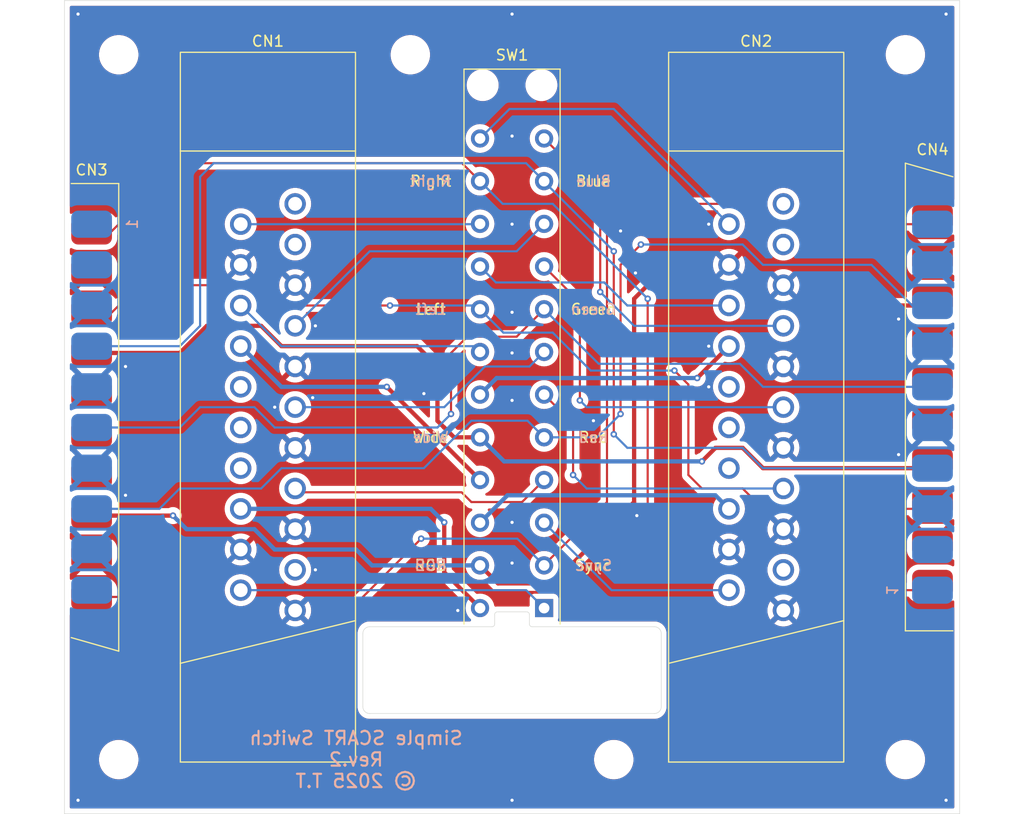
<source format=kicad_pcb>
(kicad_pcb (version 20240108) (generator "pcbnew") (generator_version "8.0")
  (layers (0 "F.Cu" signal) (31 "B.Cu" signal) (34 "B.Paste" user) (35 "F.Paste" user) (36 "B.SilkS" user "B.Silkscreen") (37 "F.SilkS" user "F.Silkscreen") (38 "B.Mask" user) (39 "F.Mask" user) (44 "Edge.Cuts" user))
  (net 0 "")
  (net 1 "RGB")
  (net 2 "Red")
  (net 3 "Green")
  (net 4 "GND")
  (net 5 "Sync")
  (net 6 "Blue")
  (net 7 "Wide")
  (net 8 "Right")
  (net 9 "Left")
  (net 11 "Red1")
  (net 12 "Green1")
  (net 13 "Wide1")
  (net 14 "Left1")
  (net 15 "RGB1")
  (net 16 "Right1")
  (net 17 "Blue1")
  (net 21 "Sync1")
  (net 24 "Left2")
  (net 25 "Blue2")
  (net 27 "RGB2")
  (net 30 "Wide2")
  (net 31 "Right2")
  (net 32 "Red2")
  (net 35 "Green2")
  (net 36 "Sync2")
  (footprint "MountingHole:MountingHole_3.2mm_M3" (layer "F.Cu") (at 172.72 67.31)
    (property "Reference" "REF**" (hide yes))
    (property "Value" "MountingHole_3.2mm_M3")
    (pad "" np_thru_hole circle (at 0 0) (size 3.2 3.2) (drill 3.2) (layers "*.Cu" "*.Mask"))
  )
  (footprint "MountingHole:MountingHole_3.2mm_M3" (layer "F.Cu") (at 126.365 67.31)
    (property "Reference" "REF**" (hide yes))
    (property "Value" "MountingHole_3.2mm_M3")
    (pad "" np_thru_hole circle (at 0 0) (size 3.2 3.2) (drill 3.2) (layers "*.Cu" "*.Mask"))
  )
  (footprint "MountingHole:MountingHole_3.2mm_M3" (layer "F.Cu") (at 172.72 133.35)
    (property "Reference" "REF**" (hide yes))
    (property "Value" "MountingHole_3.2mm_M3")
    (pad "" np_thru_hole circle (at 0 0) (size 3.2 3.2) (drill 3.2) (layers "*.Cu" "*.Mask"))
  )
  (footprint "Library:SCART_Socket" (layer "F.Cu") (at 113.03 100.33 90)
    (property "Reference" "CN1" (at 34.29 0 0) (layer "F.SilkS"))
    (property "Value" "SCART-F" (hide yes))
    (fp_line (start 24 -8.2) (end 24 8.2) (stroke (width 0.12)) (layer "F.SilkS"))
    (fp_line (start -24 -8.2) (end -20 8.2) (stroke (width 0.12)) (layer "F.SilkS"))
    (fp_rect (start -33.25 -8.2) (end 33.25 8.2) (stroke (width 0.12)) (fill none) (layer "F.SilkS"))
    (pad "1" thru_hole oval (at 19.05 2.55 90) (size 2 2) (drill 1.3) (layers "*.Cu" "*.Mask"))
    (pad "2" thru_hole oval (at 17.145 -2.55 90) (size 2 2) (drill 1.3) (layers "*.Cu" "*.Mask") (net 16 "Right1"))
    (pad "3" thru_hole oval (at 15.24 2.55 90) (size 2 2) (drill 1.3) (layers "*.Cu" "*.Mask"))
    (pad "4" thru_hole oval (at 13.335 -2.55 90) (size 2 2) (drill 1.3) (layers "*.Cu" "*.Mask") (net 4 "GND"))
    (pad "5" thru_hole oval (at 11.43 2.55 90) (size 2 2) (drill 1.3) (layers "*.Cu" "*.Mask") (net 4 "GND"))
    (pad "6" thru_hole oval (at 9.525 -2.55 90) (size 2 2) (drill 1.3) (layers "*.Cu" "*.Mask") (net 14 "Left1"))
    (pad "7" thru_hole oval (at 7.62 2.55 90) (size 2 2) (drill 1.3) (layers "*.Cu" "*.Mask") (net 17 "Blue1"))
    (pad "8" thru_hole oval (at 5.715 -2.55 90) (size 2 2) (drill 1.3) (layers "*.Cu" "*.Mask") (net 13 "Wide1"))
    (pad "9" thru_hole oval (at 3.81 2.55 90) (size 2 2) (drill 1.3) (layers "*.Cu" "*.Mask") (net 4 "GND"))
    (pad "10" thru_hole oval (at 1.905 -2.55 90) (size 2 2) (drill 1.3) (layers "*.Cu" "*.Mask"))
    (pad "11" thru_hole oval (at 0 2.55 90) (size 2 2) (drill 1.3) (layers "*.Cu" "*.Mask") (net 12 "Green1"))
    (pad "12" thru_hole oval (at -1.905 -2.55 90) (size 2 2) (drill 1.3) (layers "*.Cu" "*.Mask"))
    (pad "13" thru_hole oval (at -3.81 2.55 90) (size 2 2) (drill 1.3) (layers "*.Cu" "*.Mask") (net 4 "GND"))
    (pad "14" thru_hole oval (at -5.715 -2.55 90) (size 2 2) (drill 1.3) (layers "*.Cu" "*.Mask"))
    (pad "15" thru_hole oval (at -7.62 2.55 90) (size 2 2) (drill 1.3) (layers "*.Cu" "*.Mask") (net 11 "Red1"))
    (pad "16" thru_hole oval (at -9.525 -2.55 90) (size 2 2) (drill 1.3) (layers "*.Cu" "*.Mask") (net 15 "RGB1"))
    (pad "17" thru_hole oval (at -11.43 2.55 90) (size 2 2) (drill 1.3) (layers "*.Cu" "*.Mask") (net 4 "GND"))
    (pad "18" thru_hole oval (at -13.335 -2.55 90) (size 2 2) (drill 1.3) (layers "*.Cu" "*.Mask") (net 4 "GND"))
    (pad "19" thru_hole oval (at -15.24 2.55 90) (size 2 2) (drill 1.3) (layers "*.Cu" "*.Mask"))
    (pad "20" thru_hole oval (at -17.145 -2.55 90) (size 2 2) (drill 1.3) (layers "*.Cu" "*.Mask") (net 21 "Sync1"))
    (pad "21" thru_hole oval (at -19.05 2.55 90) (size 2 2) (drill 1.3) (layers "*.Cu" "*.Mask") (net 4 "GND"))
  )
  (footprint "Library:SCART_Plug" (layer "F.Cu") (at 175.26 100.33)
    (property "Reference" "CN4" (at 0 -24.13 0) (layer "F.SilkS"))
    (property "Value" "Conn_02x10_Odd_Even")
    (fp_line (start -2.54 -22.86) (end -2.54 20.955) (stroke (width 0.12)) (layer "F.SilkS"))
    (fp_line (start -2.54 -22.86) (end 1.905 -21.59) (stroke (width 0.12)) (layer "F.SilkS"))
    (fp_line (start -2.54 20.955) (end 1.905 20.955) (stroke (width 0.12)) (layer "F.SilkS"))
    (fp_text user "1" (at -3.81 17.145 -90) (layer "B.SilkS") (effects (justify mirror)))
    (pad "1" smd roundrect (at 0 17.145 270) (size 2.54 3.81) (layers "B.Cu" "B.Paste" "B.Mask"))
    (pad "2" smd roundrect (at 0 16.51 270) (size 2.54 3.81) (layers "F.Cu" "F.Paste" "F.Mask") (net 8 "Right"))
    (pad "3" smd roundrect (at 0 13.335 270) (size 2.54 3.81) (layers "B.Cu" "B.Paste" "B.Mask"))
    (pad "4" smd roundrect (at 0 12.7 270) (size 2.54 3.81) (layers "F.Cu" "F.Paste" "F.Mask") (net 4 "GND"))
    (pad "5" smd roundrect (at 0 9.525 270) (size 2.54 3.81) (layers "B.Cu" "B.Paste" "B.Mask") (net 4 "GND"))
    (pad "6" smd roundrect (at 0 8.89 270) (size 2.54 3.81) (layers "F.Cu" "F.Paste" "F.Mask") (net 9 "Left"))
    (pad "7" smd roundrect (at 0 5.715 270) (size 2.54 3.81) (layers "B.Cu" "B.Paste" "B.Mask") (net 6 "Blue"))
    (pad "8" smd roundrect (at 0 5.08 270) (size 2.54 3.81) (layers "F.Cu" "F.Paste" "F.Mask") (net 7 "Wide"))
    (pad "9" smd roundrect (at 0 1.905 270) (size 2.54 3.81) (layers "B.Cu" "B.Paste" "B.Mask") (net 4 "GND"))
    (pad "10" smd roundrect (at 0 1.27 270) (size 2.54 3.81) (layers "F.Cu" "F.Paste" "F.Mask"))
    (pad "11" smd roundrect (at 0 -1.905 270) (size 2.54 3.81) (layers "B.Cu" "B.Paste" "B.Mask") (net 3 "Green"))
    (pad "12" smd roundrect (at 0 -2.54 270) (size 2.54 3.81) (layers "F.Cu" "F.Paste" "F.Mask"))
    (pad "13" smd roundrect (at 0 -5.715 270) (size 2.54 3.81) (layers "B.Cu" "B.Paste" "B.Mask") (net 4 "GND"))
    (pad "14" smd roundrect (at 0 -6.35 270) (size 2.54 3.81) (layers "F.Cu" "F.Paste" "F.Mask"))
    (pad "15" smd roundrect (at 0 -9.525 270) (size 2.54 3.81) (layers "B.Cu" "B.Paste" "B.Mask") (net 2 "Red"))
    (pad "16" smd roundrect (at 0 -10.16 270) (size 2.54 3.81) (layers "F.Cu" "F.Paste" "F.Mask") (net 1 "RGB"))
    (pad "17" smd roundrect (at 0 -13.335 270) (size 2.54 3.81) (layers "B.Cu" "B.Paste" "B.Mask") (net 4 "GND"))
    (pad "18" smd roundrect (at 0 -13.97 270) (size 2.54 3.81) (layers "F.Cu" "F.Paste" "F.Mask") (net 4 "GND"))
    (pad "19" smd roundrect (at 0 -17.145 270) (size 2.54 3.81) (layers "B.Cu" "B.Paste" "B.Mask"))
    (pad "20" smd roundrect (at 0 -17.78 270) (size 2.54 3.81) (layers "F.Cu" "F.Paste" "F.Mask") (net 5 "Sync"))
  )
  (footprint "MountingHole:MountingHole_3.2mm_M3" (layer "F.Cu") (at 99.06 133.35)
    (property "Reference" "REF**" (hide yes))
    (property "Value" "MountingHole_3.2mm_M3")
    (pad "" np_thru_hole circle (at 0 0) (size 3.2 3.2) (drill 3.2) (layers "*.Cu" "*.Mask"))
  )
  (footprint "MountingHole:MountingHole_3.2mm_M3" (layer "F.Cu") (at 99.06 67.31)
    (property "Reference" "REF**" (hide yes))
    (property "Value" "MountingHole_3.2mm_M3")
    (pad "" np_thru_hole circle (at 0 0) (size 3.2 3.2) (drill 3.2) (layers "*.Cu" "*.Mask"))
  )
  (footprint "MountingHole:MountingHole_3.2mm_M3" (layer "F.Cu") (at 145.415 133.35)
    (property "Reference" "REF**" (hide yes))
    (property "Value" "MountingHole_3.2mm_M3")
    (pad "" np_thru_hole circle (at 0 0) (size 3.2 3.2) (drill 3.2) (layers "*.Cu" "*.Mask"))
  )
  (footprint "Library:8PDT" (layer "F.Cu") (at 135.89 97.155 180)
    (property "Reference" "SW1" (at 0 29.815 0) (layer "F.SilkS"))
    (property "Value" "SW_8PDT" (hide yes))
    (fp_line (start 4.5 28.5) (end 4.5 -23.495) (stroke (width 0.12)) (layer "F.SilkS"))
    (fp_line (start -4.5 28.5) (end 4.5 28.5) (stroke (width 0.12)) (layer "F.SilkS"))
    (fp_line (start -4.5 -23.495) (end -4.5 28.5) (stroke (width 0.12)) (layer "F.SilkS"))
    (pad "" np_thru_hole circle (at -2.75 27 180) (size 2.5 2.5) (drill 2.5) (layers "F&B.Cu" "*.Mask"))
    (pad "" np_thru_hole circle (at 2.75 27 180) (size 2.5 2.5) (drill 2.5) (layers "F&B.Cu" "*.Mask"))
    (pad "1" thru_hole rect (at -3 -22 180) (size 1.7 1.7) (drill 1) (layers "*.Cu" "*.Mask") (net 21 "Sync1"))
    (pad "2" thru_hole oval (at -3 -18 180) (size 1.7 1.7) (drill 1) (layers "*.Cu" "*.Mask") (net 5 "Sync"))
    (pad "3" thru_hole oval (at -3 -14 180) (size 1.7 1.7) (drill 1) (layers "*.Cu" "*.Mask") (net 36 "Sync2"))
    (pad "4" thru_hole oval (at -3 -10 180) (size 1.7 1.7) (drill 1) (layers "*.Cu" "*.Mask") (net 11 "Red1"))
    (pad "5" thru_hole oval (at -3 -6 180) (size 1.7 1.7) (drill 1) (layers "*.Cu" "*.Mask") (net 2 "Red"))
    (pad "6" thru_hole oval (at -3 -2 180) (size 1.7 1.7) (drill 1) (layers "*.Cu" "*.Mask") (net 32 "Red2"))
    (pad "7" thru_hole oval (at -3 2 180) (size 1.7 1.7) (drill 1) (layers "*.Cu" "*.Mask") (net 12 "Green1"))
    (pad "8" thru_hole oval (at -3 6 180) (size 1.7 1.7) (drill 1) (layers "*.Cu" "*.Mask") (net 3 "Green"))
    (pad "9" thru_hole oval (at -3 10 180) (size 1.7 1.7) (drill 1) (layers "*.Cu" "*.Mask") (net 35 "Green2"))
    (pad "10" thru_hole oval (at -3 14 180) (size 1.7 1.7) (drill 1) (layers "*.Cu" "*.Mask") (net 17 "Blue1"))
    (pad "11" thru_hole oval (at -3 18 180) (size 1.7 1.7) (drill 1) (layers "*.Cu" "*.Mask") (net 6 "Blue"))
    (pad "12" thru_hole oval (at -3 22 180) (size 1.7 1.7) (drill 1) (layers "*.Cu" "*.Mask") (net 25 "Blue2"))
    (pad "13" thru_hole oval (at 3 -22 180) (size 1.7 1.7) (drill 1) (layers "*.Cu" "*.Mask") (net 15 "RGB1"))
    (pad "14" thru_hole oval (at 3 -18 180) (size 1.7 1.7) (drill 1) (layers "*.Cu" "*.Mask") (net 1 "RGB"))
    (pad "15" thru_hole oval (at 3 -14 180) (size 1.7 1.7) (drill 1) (layers "*.Cu" "*.Mask") (net 27 "RGB2"))
    (pad "16" thru_hole oval (at 3 -10 180) (size 1.7 1.7) (drill 1) (layers "*.Cu" "*.Mask") (net 13 "Wide1"))
    (pad "17" thru_hole oval (at 3 -6 180) (size 1.7 1.7) (drill 1) (layers "*.Cu" "*.Mask") (net 7 "Wide"))
    (pad "18" thru_hole oval (at 3 -2 180) (size 1.7 1.7) (drill 1) (layers "*.Cu" "*.Mask") (net 30 "Wide2"))
    (pad "19" thru_hole oval (at 3 2 180) (size 1.7 1.7) (drill 1) (layers "*.Cu" "*.Mask") (net 14 "Left1"))
    (pad "20" thru_hole oval (at 3 6 180) (size 1.7 1.7) (drill 1) (layers "*.Cu" "*.Mask") (net 9 "Left"))
    (pad "21" thru_hole oval (at 3 10 180) (size 1.7 1.7) (drill 1) (layers "*.Cu" "*.Mask") (net 24 "Left2"))
    (pad "22" thru_hole oval (at 3 14 180) (size 1.7 1.7) (drill 1) (layers "*.Cu" "*.Mask") (net 16 "Right1"))
    (pad "23" thru_hole oval (at 3 18 180) (size 1.7 1.7) (drill 1) (layers "*.Cu" "*.Mask") (net 8 "Right"))
    (pad "24" thru_hole oval (at 3 22 180) (size 1.7 1.7) (drill 1) (layers "*.Cu" "*.Mask") (net 31 "Right2"))
  )
  (footprint "Library:SCART_Plug" (layer "F.Cu") (at 96.52 100.33 180)
    (property "Reference" "CN3" (at 0 22.225 0) (layer "F.SilkS"))
    (property "Value" "Conn_02x10_Odd_Even")
    (fp_line (start -2.54 20.955) (end 1.905 20.955) (stroke (width 0.12)) (layer "F.SilkS"))
    (fp_line (start -2.54 -22.86) (end 1.905 -21.59) (stroke (width 0.12)) (layer "F.SilkS"))
    (fp_line (start -2.54 -22.86) (end -2.54 20.955) (stroke (width 0.12)) (layer "F.SilkS"))
    (fp_text user "1" (at -3.81 17.145 90) (layer "B.SilkS") (effects (justify mirror)))
    (pad "1" smd roundrect (at 0 17.145 90) (size 2.54 3.81) (layers "B.Cu" "B.Paste" "B.Mask"))
    (pad "2" smd roundrect (at 0 16.51 90) (size 2.54 3.81) (layers "F.Cu" "F.Paste" "F.Mask") (net 8 "Right"))
    (pad "3" smd roundrect (at 0 13.335 90) (size 2.54 3.81) (layers "B.Cu" "B.Paste" "B.Mask"))
    (pad "4" smd roundrect (at 0 12.7 90) (size 2.54 3.81) (layers "F.Cu" "F.Paste" "F.Mask") (net 4 "GND"))
    (pad "5" smd roundrect (at 0 9.525 90) (size 2.54 3.81) (layers "B.Cu" "B.Paste" "B.Mask") (net 4 "GND"))
    (pad "6" smd roundrect (at 0 8.89 90) (size 2.54 3.81) (layers "F.Cu" "F.Paste" "F.Mask") (net 9 "Left"))
    (pad "7" smd roundrect (at 0 5.715 90) (size 2.54 3.81) (layers "B.Cu" "B.Paste" "B.Mask") (net 6 "Blue"))
    (pad "8" smd roundrect (at 0 5.08 90) (size 2.54 3.81) (layers "F.Cu" "F.Paste" "F.Mask") (net 7 "Wide"))
    (pad "9" smd roundrect (at 0 1.905 90) (size 2.54 3.81) (layers "B.Cu" "B.Paste" "B.Mask") (net 4 "GND"))
    (pad "10" smd roundrect (at 0 1.27 90) (size 2.54 3.81) (layers "F.Cu" "F.Paste" "F.Mask"))
    (pad "11" smd roundrect (at 0 -1.905 90) (size 2.54 3.81) (layers "B.Cu" "B.Paste" "B.Mask") (net 3 "Green"))
    (pad "12" smd roundrect (at 0 -2.54 90) (size 2.54 3.81) (layers "F.Cu" "F.Paste" "F.Mask"))
    (pad "13" smd roundrect (at 0 -5.715 90) (size 2.54 3.81) (layers "B.Cu" "B.Paste" "B.Mask") (net 4 "GND"))
    (pad "14" smd roundrect (at 0 -6.35 90) (size 2.54 3.81) (layers "F.Cu" "F.Paste" "F.Mask"))
    (pad "15" smd roundrect (at 0 -9.525 90) (size 2.54 3.81) (layers "B.Cu" "B.Paste" "B.Mask") (net 2 "Red"))
    (pad "16" smd roundrect (at 0 -10.16 90) (size 2.54 3.81) (layers "F.Cu" "F.Paste" "F.Mask") (net 1 "RGB"))
    (pad "17" smd roundrect (at 0 -13.335 90) (size 2.54 3.81) (layers "B.Cu" "B.Paste" "B.Mask") (net 4 "GND"))
    (pad "18" smd roundrect (at 0 -13.97 90) (size 2.54 3.81) (layers "F.Cu" "F.Paste" "F.Mask") (net 4 "GND"))
    (pad "19" smd roundrect (at 0 -17.145 90) (size 2.54 3.81) (layers "B.Cu" "B.Paste" "B.Mask"))
    (pad "20" smd roundrect (at 0 -17.78 90) (size 2.54 3.81) (layers "F.Cu" "F.Paste" "F.Mask") (net 5 "Sync"))
  )
  (footprint "Library:SCART_Socket" (layer "F.Cu") (at 158.75 100.33 90)
    (property "Reference" "CN2" (at 34.29 0 0) (layer "F.SilkS"))
    (property "Value" "SCART-F" (hide yes))
    (fp_line (start 24 -8.2) (end 24 8.2) (stroke (width 0.12)) (layer "F.SilkS"))
    (fp_line (start -24 -8.2) (end -20 8.2) (stroke (width 0.12)) (layer "F.SilkS"))
    (fp_rect (start -33.25 -8.2) (end 33.25 8.2) (stroke (width 0.12)) (fill none) (layer "F.SilkS"))
    (pad "1" thru_hole oval (at 19.05 2.55 90) (size 2 2) (drill 1.3) (layers "*.Cu" "*.Mask"))
    (pad "2" thru_hole oval (at 17.145 -2.55 90) (size 2 2) (drill 1.3) (layers "*.Cu" "*.Mask") (net 31 "Right2"))
    (pad "3" thru_hole oval (at 15.24 2.55 90) (size 2 2) (drill 1.3) (layers "*.Cu" "*.Mask"))
    (pad "4" thru_hole oval (at 13.335 -2.55 90) (size 2 2) (drill 1.3) (layers "*.Cu" "*.Mask") (net 4 "GND"))
    (pad "5" thru_hole oval (at 11.43 2.55 90) (size 2 2) (drill 1.3) (layers "*.Cu" "*.Mask") (net 4 "GND"))
    (pad "6" thru_hole oval (at 9.525 -2.55 90) (size 2 2) (drill 1.3) (layers "*.Cu" "*.Mask") (net 24 "Left2"))
    (pad "7" thru_hole oval (at 7.62 2.55 90) (size 2 2) (drill 1.3) (layers "*.Cu" "*.Mask") (net 25 "Blue2"))
    (pad "8" thru_hole oval (at 5.715 -2.55 90) (size 2 2) (drill 1.3) (layers "*.Cu" "*.Mask") (net 30 "Wide2"))
    (pad "9" thru_hole oval (at 3.81 2.55 90) (size 2 2) (drill 1.3) (layers "*.Cu" "*.Mask") (net 4 "GND"))
    (pad "10" thru_hole oval (at 1.905 -2.55 90) (size 2 2) (drill 1.3) (layers "*.Cu" "*.Mask"))
    (pad "11" thru_hole oval (at 0 2.55 90) (size 2 2) (drill 1.3) (layers "*.Cu" "*.Mask") (net 35 "Green2"))
    (pad "12" thru_hole oval (at -1.905 -2.55 90) (size 2 2) (drill 1.3) (layers "*.Cu" "*.Mask"))
    (pad "13" thru_hole oval (at -3.81 2.55 90) (size 2 2) (drill 1.3) (layers "*.Cu" "*.Mask") (net 4 "GND"))
    (pad "14" thru_hole oval (at -5.715 -2.55 90) (size 2 2) (drill 1.3) (layers "*.Cu" "*.Mask"))
    (pad "15" thru_hole oval (at -7.62 2.55 90) (size 2 2) (drill 1.3) (layers "*.Cu" "*.Mask") (net 32 "Red2"))
    (pad "16" thru_hole oval (at -9.525 -2.55 90) (size 2 2) (drill 1.3) (layers "*.Cu" "*.Mask") (net 27 "RGB2"))
    (pad "17" thru_hole oval (at -11.43 2.55 90) (size 2 2) (drill 1.3) (layers "*.Cu" "*.Mask") (net 4 "GND"))
    (pad "18" thru_hole oval (at -13.335 -2.55 90) (size 2 2) (drill 1.3) (layers "*.Cu" "*.Mask") (net 4 "GND"))
    (pad "19" thru_hole oval (at -15.24 2.55 90) (size 2 2) (drill 1.3) (layers "*.Cu" "*.Mask"))
    (pad "20" thru_hole oval (at -17.145 -2.55 90) (size 2 2) (drill 1.3) (layers "*.Cu" "*.Mask") (net 36 "Sync2"))
    (pad "21" thru_hole oval (at -19.05 2.55 90) (size 2 2) (drill 1.3) (layers "*.Cu" "*.Mask") (net 4 "GND"))
  )
  (gr_arc (start 134.2644 120.65) (mid 134.190005 120.829605) (end 134.0104 120.904) (stroke (width 0.05)) (layer "Edge.Cuts"))
  (gr_arc (start 137.7696 120.904) (mid 137.589995 120.829605) (end 137.5156 120.65) (stroke (width 0.05)) (layer "Edge.Cuts"))
  (gr_line (start 122.555 129.032) (end 149.225 129.032) (stroke (width 0.05)) (layer "Edge.Cuts"))
  (gr_line (start 93.98 62.23) (end 93.98 138.43) (stroke (width 0.05)) (layer "Edge.Cuts"))
  (gr_line (start 137.7696 120.904) (end 149.225 120.904) (stroke (width 0.05)) (layer "Edge.Cuts"))
  (gr_line (start 134.2644 119.761) (end 134.2644 120.65) (stroke (width 0.05)) (layer "Edge.Cuts"))
  (gr_line (start 177.8 62.23) (end 93.98 62.23) (stroke (width 0.05)) (layer "Edge.Cuts"))
  (gr_line (start 177.8 138.43) (end 177.8 62.23) (stroke (width 0.05)) (layer "Edge.Cuts"))
  (gr_line (start 134.5184 119.507) (end 137.2616 119.507) (stroke (width 0.05)) (layer "Edge.Cuts"))
  (gr_arc (start 149.225 120.904) (mid 149.674013 121.089987) (end 149.86 121.539) (stroke (width 0.05)) (layer "Edge.Cuts"))
  (gr_line (start 122.555 120.904) (end 134.0104 120.904) (stroke (width 0.05)) (layer "Edge.Cuts"))
  (gr_arc (start 137.2616 119.507) (mid 137.441205 119.581395) (end 137.5156 119.761) (stroke (width 0.05)) (layer "Edge.Cuts"))
  (gr_line (start 121.92 121.539) (end 121.920001 128.396999) (stroke (width 0.05)) (layer "Edge.Cuts"))
  (gr_arc (start 122.555001 129.031999) (mid 122.105988 128.846012) (end 121.920001 128.396999) (stroke (width 0.05)) (layer "Edge.Cuts"))
  (gr_line (start 137.5156 119.761) (end 137.5156 120.65) (stroke (width 0.05)) (layer "Edge.Cuts"))
  (gr_line (start 149.86 121.539) (end 149.86 128.397) (stroke (width 0.05)) (layer "Edge.Cuts"))
  (gr_line (start 93.98 138.43) (end 177.8 138.43) (stroke (width 0.05)) (layer "Edge.Cuts"))
  (gr_arc (start 121.92 121.539) (mid 122.105987 121.089987) (end 122.555 120.904) (stroke (width 0.05)) (layer "Edge.Cuts"))
  (gr_arc (start 149.86 128.397) (mid 149.674013 128.846013) (end 149.225 129.032) (stroke (width 0.05)) (layer "Edge.Cuts"))
  (gr_arc (start 134.2644 119.761) (mid 134.338795 119.581395) (end 134.5184 119.507) (stroke (width 0.05)) (layer "Edge.Cuts"))
  (gr_text "Right" (at 128.27 79.155 0) (layer "B.SilkS") (effects (font (size 1 1)) (justify mirror)))
  (gr_text "Left" (at 128.27 91.155 0) (layer "B.SilkS") (effects (font (size 1 1)) (justify mirror)))
  (gr_text "Simple SCART Switch\nRev.2\n© 2025 T.T" (at 121.285 133.35 0) (layer "B.SilkS") (effects (font (size 1.25 1.25) (thickness 0.2)) (justify mirror)))
  (gr_text "Sync" (at 143.51 115.155 0) (layer "B.SilkS") (effects (font (size 1 1)) (justify mirror)))
  (gr_text "RGB" (at 128.27 115.155 0) (layer "B.SilkS") (effects (font (size 1 1)) (justify mirror)))
  (gr_text "Red" (at 143.51 103.155 0) (layer "B.SilkS") (effects (font (size 1 1)) (justify mirror)))
  (gr_text "Blue" (at 143.51 79.155 0) (layer "B.SilkS") (effects (font (size 1 1)) (justify mirror)))
  (gr_text "Wide" (at 128.27 103.155 0) (layer "B.SilkS") (effects (font (size 1 1)) (justify mirror)))
  (gr_text "Green" (at 143.51 91.155 0) (layer "B.SilkS") (effects (font (size 1 1)) (justify mirror)))
  (gr_text "Blue" (at 143.51 79.155 0) (layer "F.SilkS") (effects (font (size 1 1))))
  (gr_text "Left" (at 128.27 91.155 0) (layer "F.SilkS") (effects (font (size 1 1))))
  (gr_text "Red" (at 143.51 103.155 0) (layer "F.SilkS") (effects (font (size 1 1))))
  (gr_text "RGB" (at 128.27 115.155 0) (layer "F.SilkS") (effects (font (size 1 1))))
  (gr_text "Green" (at 143.51 91.155 0) (layer "F.SilkS") (effects (font (size 1 1))))
  (gr_text "Right" (at 128.27 79.155 0) (layer "F.SilkS") (effects (font (size 1 1))))
  (gr_text "Wide" (at 128.27 103.155 0) (layer "F.SilkS") (effects (font (size 1 1))))
  (gr_text "Sync" (at 143.51 115.155 0) (layer "F.SilkS") (effects (font (size 1 1))))
  (segment (start 147.32 90.17) (end 147.32 109.22) (width 0.4) (layer "F.Cu") (net 1))
  (segment (start 96.52 110.49) (end 104.14 110.49) (width 0.4) (layer "F.Cu") (net 1))
  (segment (start 175.26 90.17) (end 174.625 90.805) (width 0.4) (layer "F.Cu") (net 1))
  (segment (start 148.59 88.9) (end 147.32 90.17) (width 0.4) (layer "F.Cu") (net 1))
  (segment (start 147.32 109.22) (end 139.7 116.84) (width 0.4) (layer "F.Cu") (net 1))
  (segment (start 157.48 88.9) (end 148.59 88.9) (width 0.4) (layer "F.Cu") (net 1))
  (segment (start 139.7 116.84) (end 134.575 116.84) (width 0.4) (layer "F.Cu") (net 1))
  (segment (start 134.575 116.84) (end 132.89 115.155) (width 0.4) (layer "F.Cu") (net 1))
  (segment (start 159.385 90.805) (end 157.48 88.9) (width 0.4) (layer "F.Cu") (net 1))
  (segment (start 174.625 90.805) (end 159.385 90.805) (width 0.4) (layer "F.Cu") (net 1))
  (via (at 104.14 110.49) (size 0.6) (drill 0.3) (layers "F.Cu" "B.Cu") (net 1))
  (segment (start 104.14 110.49) (end 105.41 111.76) (width 0.4) (layer "B.Cu") (net 1))
  (segment (start 132.89 115.155) (end 122.775 115.155) (width 0.4) (layer "B.Cu") (net 1))
  (segment (start 122.775 115.155) (end 121.285 113.665) (width 0.4) (layer "B.Cu") (net 1))
  (segment (start 105.41 111.76) (end 111.76 111.76) (width 0.4) (layer "B.Cu") (net 1))
  (segment (start 111.76 111.76) (end 113.665 113.665) (width 0.4) (layer "B.Cu") (net 1))
  (segment (start 113.665 113.665) (end 121.285 113.665) (width 0.4) (layer "B.Cu") (net 1))
  (segment (start 146.05 86.995) (end 146.05 100.965) (width 0.2) (layer "F.Cu") (net 2))
  (segment (start 147.955 85.09) (end 146.05 86.995) (width 0.2) (layer "F.Cu") (net 2))
  (via (at 147.955 85.09) (size 0.6) (drill 0.3) (layers "F.Cu" "B.Cu") (net 2))
  (via (at 146.05 100.965) (size 0.6) (drill 0.3) (layers "F.Cu" "B.Cu") (net 2))
  (segment (start 114.3 106.045) (end 112.395 107.95) (width 0.2) (layer "B.Cu") (net 2))
  (segment (start 132.08 101.6) (end 127.635 106.045) (width 0.2) (layer "B.Cu") (net 2))
  (segment (start 138.89 103.155) (end 137.335 101.6) (width 0.2) (layer "B.Cu") (net 2))
  (segment (start 157.48 85.09) (end 159.385 86.995) (width 0.2) (layer "B.Cu") (net 2))
  (segment (start 104.775 107.95) (end 102.87 109.855) (width 0.2) (layer "B.Cu") (net 2))
  (segment (start 102.87 109.855) (end 96.52 109.855) (width 0.2) (layer "B.Cu") (net 2))
  (segment (start 143.86 103.155) (end 138.89 103.155) (width 0.2) (layer "B.Cu") (net 2))
  (segment (start 147.955 85.09) (end 157.48 85.09) (width 0.2) (layer "B.Cu") (net 2))
  (segment (start 146.05 100.965) (end 143.86 103.155) (width 0.2) (layer "B.Cu") (net 2))
  (segment (start 159.385 86.995) (end 169.545 86.995) (width 0.2) (layer "B.Cu") (net 2))
  (segment (start 169.545 86.995) (end 173.355 90.805) (width 0.2) (layer "B.Cu") (net 2))
  (segment (start 173.355 90.805) (end 175.26 90.805) (width 0.2) (layer "B.Cu") (net 2))
  (segment (start 127.635 106.045) (end 114.3 106.045) (width 0.2) (layer "B.Cu") (net 2))
  (segment (start 137.335 101.6) (end 132.08 101.6) (width 0.2) (layer "B.Cu") (net 2))
  (segment (start 112.395 107.95) (end 104.775 107.95) (width 0.2) (layer "B.Cu") (net 2))
  (segment (start 130.175 95.25) (end 130.175 100.965) (width 0.2) (layer "F.Cu") (net 3))
  (segment (start 131.699 93.726) (end 130.175 95.25) (width 0.2) (layer "F.Cu") (net 3))
  (segment (start 138.89 91.155) (end 136.319 93.726) (width 0.2) (layer "F.Cu") (net 3))
  (segment (start 136.319 93.726) (end 131.699 93.726) (width 0.2) (layer "F.Cu") (net 3))
  (via (at 130.175 100.965) (size 0.6) (drill 0.3) (layers "F.Cu" "B.Cu") (net 3))
  (segment (start 128.905 102.235) (end 130.175 100.965) (width 0.2) (layer "B.Cu") (net 3))
  (segment (start 144.001 96.266) (end 157.226 96.266) (width 0.2) (layer "B.Cu") (net 3))
  (segment (start 157.226 96.266) (end 159.385 98.425) (width 0.2) (layer "B.Cu") (net 3))
  (segment (start 113.665 102.235) (end 128.905 102.235) (width 0.2) (layer "B.Cu") (net 3))
  (segment (start 159.385 98.425) (end 175.26 98.425) (width 0.2) (layer "B.Cu") (net 3))
  (segment (start 106.68 100.33) (end 111.76 100.33) (width 0.2) (layer "B.Cu") (net 3))
  (segment (start 111.76 100.33) (end 113.665 102.235) (width 0.2) (layer "B.Cu") (net 3))
  (segment (start 104.775 102.235) (end 106.68 100.33) (width 0.2) (layer "B.Cu") (net 3))
  (segment (start 138.89 91.155) (end 144.001 96.266) (width 0.2) (layer "B.Cu") (net 3))
  (segment (start 96.52 102.235) (end 104.775 102.235) (width 0.2) (layer "B.Cu") (net 3))
  (via (at 135.89 114.935) (size 0.6) (drill 0.3) (layers "F.Cu" "B.Cu") (net 4))
  (via (at 154.305 98.425) (size 0.6) (drill 0.3) (layers "F.Cu" "B.Cu") (net 4))
  (via (at 95.25 137.16) (size 0.6) (drill 0.3) (layers "F.Cu" "B.Cu") (net 4))
  (via (at 117.475 92.71) (size 0.6) (drill 0.3) (layers "F.Cu" "B.Cu") (net 4))
  (via (at 135.89 83.185) (size 0.6) (drill 0.3) (layers "F.Cu" "B.Cu") (net 4))
  (via (at 172.085 104.775) (size 0.6) (drill 0.3) (layers "F.Cu" "B.Cu") (net 4))
  (via (at 135.89 63.5) (size 0.6) (drill 0.3) (layers "F.Cu" "B.Cu") (net 4))
  (via (at 135.89 91.44) (size 0.6) (drill 0.3) (layers "F.Cu" "B.Cu") (net 4))
  (via (at 130.81 119.38) (size 0.6) (drill 0.3) (layers "F.Cu" "B.Cu") (net 4))
  (via (at 147.447 87.757) (size 0.6) (drill 0.3) (layers "F.Cu" "B.Cu") (net 4))
  (via (at 135.89 95.25) (size 0.6) (drill 0.3) (layers "F.Cu" "B.Cu") (net 4))
  (via (at 146.05 83.82) (size 0.6) (drill 0.3) (layers "F.Cu" "B.Cu") (net 4))
  (via (at 172.085 92.075) (size 0.6) (drill 0.3) (layers "F.Cu" "B.Cu") (net 4))
  (via (at 127.635 99.06) (size 0.6) (drill 0.3) (layers "F.Cu" "B.Cu") (net 4))
  (via (at 147.574 110.49) (size 0.6) (drill 0.3) (layers "F.Cu" "B.Cu") (net 4))
  (via (at 154.305 94.615) (size 0.6) (drill 0.3) (layers "F.Cu" "B.Cu") (net 4))
  (via (at 176.53 63.5) (size 0.6) (drill 0.3) (layers "F.Cu" "B.Cu") (net 4))
  (via (at 117.475 115.57) (size 0.6) (drill 0.3) (layers "F.Cu" "B.Cu") (net 4))
  (via (at 135.89 137.16) (size 0.6) (drill 0.3) (layers "F.Cu" "B.Cu") (net 4))
  (via (at 95.25 63.5) (size 0.6) (drill 0.3) (layers "F.Cu" "B.Cu") (net 4))
  (via (at 176.53 137.16) (size 0.6) (drill 0.3) (layers "F.Cu" "B.Cu") (net 4))
  (via (at 135.89 99.695) (size 0.6) (drill 0.3) (layers "F.Cu" "B.Cu") (net 4))
  (via (at 143.51 101.6) (size 0.6) (drill 0.3) (layers "F.Cu" "B.Cu") (net 4))
  (via (at 135.89 74.93) (size 0.6) (drill 0.3) (layers "F.Cu" "B.Cu") (net 4))
  (via (at 99.695 96.52) (size 0.6) (drill 0.3) (layers "F.Cu" "B.Cu") (net 4))
  (via (at 113.665 100.33) (size 0.6) (drill 0.3) (layers "F.Cu" "B.Cu") (net 4))
  (via (at 99.695 108.585) (size 0.6) (drill 0.3) (layers "F.Cu" "B.Cu") (net 4))
  (via (at 154.305 83.185) (size 0.6) (drill 0.3) (layers "F.Cu" "B.Cu") (net 4))
  (via (at 117.221 99.441) (size 0.6) (drill 0.3) (layers "F.Cu" "B.Cu") (net 4))
  (via (at 135.89 111.125) (size 0.6) (drill 0.3) (layers "F.Cu" "B.Cu") (net 4))
  (segment (start 157.48 81.28) (end 159.385 83.185) (width 0.2) (layer "F.Cu") (net 5))
  (segment (start 104.775 118.11) (end 96.52 118.11) (width 0.2) (layer "F.Cu") (net 5))
  (segment (start 107.95 121.285) (end 104.775 118.11) (width 0.2) (layer "F.Cu") (net 5))
  (segment (start 159.385 83.185) (end 174.625 83.185) (width 0.2) (layer "F.Cu") (net 5))
  (segment (start 144.78 109.22) (end 144.78 82.55) (width 0.2) (layer "F.Cu") (net 5))
  (segment (start 144.78 82.55) (end 146.05 81.28) (width 0.2) (layer "F.Cu") (net 5))
  (segment (start 138.89 115.155) (end 138.89 115.11) (width 0.2) (layer "F.Cu") (net 5))
  (segment (start 138.89 115.11) (end 144.78 109.22) (width 0.2) (layer "F.Cu") (net 5))
  (segment (start 174.625 83.185) (end 175.26 82.55) (width 0.2) (layer "F.Cu") (net 5))
  (segment (start 146.05 81.28) (end 157.48 81.28) (width 0.2) (layer "F.Cu") (net 5))
  (segment (start 118.745 121.285) (end 107.95 121.285) (width 0.2) (layer "F.Cu") (net 5))
  (segment (start 127.381 112.649) (end 118.745 121.285) (width 0.2) (layer "F.Cu") (net 5))
  (via (at 127.381 112.649) (size 0.6) (drill 0.3) (layers "F.Cu" "B.Cu") (net 5))
  (segment (start 127.381 112.649) (end 136.384 112.649) (width 0.2) (layer "B.Cu") (net 5))
  (segment (start 136.384 112.649) (end 138.89 115.155) (width 0.2) (layer "B.Cu") (net 5))
  (segment (start 145.415 102.87) (end 145.415 85.725) (width 0.2) (layer "F.Cu") (net 6))
  (via (at 145.415 102.87) (size 0.6) (drill 0.3) (layers "F.Cu" "B.Cu") (net 6))
  (via (at 145.415 85.725) (size 0.6) (drill 0.3) (layers "F.Cu" "B.Cu") (net 6))
  (segment (start 138.89 79.155) (end 137.205 77.47) (width 0.2) (layer "B.Cu") (net 6))
  (segment (start 145.415 85.725) (end 138.89 79.2) (width 0.2) (layer "B.Cu") (net 6))
  (segment (start 107.95 77.47) (end 106.68 78.74) (width 0.2) (layer "B.Cu") (net 6))
  (segment (start 145.415 102.87) (end 146.685 104.14) (width 0.2) (layer "B.Cu") (net 6))
  (segment (start 138.89 79.2) (end 138.89 79.155) (width 0.2) (layer "B.Cu") (net 6))
  (segment (start 146.685 104.14) (end 157.48 104.14) (width 0.2) (layer "B.Cu") (net 6))
  (segment (start 137.205 77.47) (end 107.95 77.47) (width 0.2) (layer "B.Cu") (net 6))
  (segment (start 106.68 92.71) (end 104.775 94.615) (width 0.2) (layer "B.Cu") (net 6))
  (segment (start 106.68 78.74) (end 106.68 92.71) (width 0.2) (layer "B.Cu") (net 6))
  (segment (start 157.48 104.14) (end 159.385 106.045) (width 0.2) (layer "B.Cu") (net 6))
  (segment (start 104.775 94.615) (end 96.52 94.615) (width 0.2) (layer "B.Cu") (net 6))
  (segment (start 159.385 106.045) (end 175.26 106.045) (width 0.2) (layer "B.Cu") (net 6))
  (segment (start 96.52 95.25) (end 104.775 95.25) (width 0.4) (layer "F.Cu") (net 7))
  (segment (start 128.905 96.52) (end 128.905 101.612081) (width 0.4) (layer "F.Cu") (net 7))
  (segment (start 157.48 104.14) (end 159.385 106.045) (width 0.4) (layer "F.Cu") (net 7))
  (segment (start 174.625 106.045) (end 175.26 105.41) (width 0.4) (layer "F.Cu") (net 7))
  (segment (start 127 94.615) (end 128.905 96.52) (width 0.4) (layer "F.Cu") (net 7))
  (segment (start 112.395 92.71) (end 114.3 94.615) (width 0.4) (layer "F.Cu") (net 7))
  (segment (start 153.67 105.41) (end 154.94 104.14) (width 0.4) (layer "F.Cu") (net 7))
  (segment (start 129.527919 102.235) (end 129.54 102.235) (width 0.4) (layer "F.Cu") (net 7))
  (segment (start 130.46 103.155) (end 132.89 103.155) (width 0.4) (layer "F.Cu") (net 7))
  (segment (start 107.315 92.71) (end 112.395 92.71) (width 0.4) (layer "F.Cu") (net 7))
  (segment (start 104.775 95.25) (end 107.315 92.71) (width 0.4) (layer "F.Cu") (net 7))
  (segment (start 159.385 106.045) (end 174.625 106.045) (width 0.4) (layer "F.Cu") (net 7))
  (segment (start 154.94 104.14) (end 157.48 104.14) (width 0.4) (layer "F.Cu") (net 7))
  (segment (start 128.905 101.612081) (end 129.527919 102.235) (width 0.4) (layer "F.Cu") (net 7))
  (segment (start 114.3 94.615) (end 127 94.615) (width 0.4) (layer "F.Cu") (net 7))
  (segment (start 129.54 102.235) (end 130.46 103.155) (width 0.4) (layer "F.Cu") (net 7))
  (via (at 153.67 105.41) (size 0.6) (drill 0.3) (layers "F.Cu" "B.Cu") (net 7))
  (segment (start 135.145 105.41) (end 132.89 103.155) (width 0.4) (layer "B.Cu") (net 7))
  (segment (start 153.67 105.41) (end 135.145 105.41) (width 0.4) (layer "B.Cu") (net 7))
  (segment (start 104.775 77.47) (end 98.425 83.82) (width 0.2) (layer "F.Cu") (net 8))
  (segment (start 149.86 115.57) (end 157.48 115.57) (width 0.2) (layer "F.Cu") (net 8))
  (segment (start 131.205 77.47) (end 104.775 77.47) (width 0.2) (layer "F.Cu") (net 8))
  (segment (start 132.89 79.155) (end 131.205 77.47) (width 0.2) (layer "F.Cu") (net 8))
  (segment (start 157.48 115.57) (end 159.385 117.475) (width 0.2) (layer "F.Cu") (net 8))
  (segment (start 148.59 114.3) (end 149.86 115.57) (width 0.2) (layer "F.Cu") (net 8))
  (segment (start 98.425 83.82) (end 96.52 83.82) (width 0.2) (layer "F.Cu") (net 8))
  (segment (start 174.625 117.475) (end 175.26 116.84) (width 0.2) (layer "F.Cu") (net 8))
  (segment (start 148.59 90.17) (end 148.59 114.3) (width 0.2) (layer "F.Cu") (net 8))
  (segment (start 159.385 117.475) (end 174.625 117.475) (width 0.2) (layer "F.Cu") (net 8))
  (via (at 148.59 90.17) (size 0.6) (drill 0.3) (layers "F.Cu" "B.Cu") (net 8))
  (segment (start 135.015 81.28) (end 132.89 79.155) (width 0.2) (layer "B.Cu") (net 8))
  (segment (start 148.59 90.17) (end 139.7 81.28) (width 0.2) (layer "B.Cu") (net 8))
  (segment (start 139.7 81.28) (end 135.015 81.28) (width 0.2) (layer "B.Cu") (net 8))
  (segment (start 174.625 109.855) (end 175.26 109.22) (width 0.2) (layer "F.Cu") (net 9))
  (segment (start 113.665 90.805) (end 111.76 88.9) (width 0.2) (layer "F.Cu") (net 9))
  (segment (start 100.965 88.9) (end 98.425 91.44) (width 0.2) (layer "F.Cu") (net 9))
  (segment (start 157.48 107.95) (end 159.385 109.855) (width 0.2) (layer "F.Cu") (net 9))
  (segment (start 159.385 109.855) (end 174.625 109.855) (width 0.2) (layer "F.Cu") (net 9))
  (segment (start 151.095 96.901) (end 152.4 98.206) (width 0.2) (layer "F.Cu") (net 9))
  (segment (start 98.425 91.44) (end 96.52 91.44) (width 0.2) (layer "F.Cu") (net 9))
  (segment (start 153.67 107.95) (end 157.48 107.95) (width 0.2) (layer "F.Cu") (net 9))
  (segment (start 124.46 90.805) (end 113.665 90.805) (width 0.2) (layer "F.Cu") (net 9))
  (segment (start 111.76 88.9) (end 100.965 88.9) (width 0.2) (layer "F.Cu") (net 9))
  (segment (start 152.4 106.68) (end 153.67 107.95) (width 0.2) (layer "F.Cu") (net 9))
  (segment (start 152.4 98.206) (end 152.4 106.68) (width 0.2) (layer "F.Cu") (net 9))
  (via (at 151.095 96.901) (size 0.6) (drill 0.3) (layers "F.Cu" "B.Cu") (net 9))
  (via (at 124.46 90.805) (size 0.6) (drill 0.3) (layers "F.Cu" "B.Cu") (net 9))
  (segment (start 151.095 96.901) (end 143.256 96.901) (width 0.2) (layer "B.Cu") (net 9))
  (segment (start 124.46 90.805) (end 132.54 90.805) (width 0.2) (layer "B.Cu") (net 9))
  (segment (start 143.256 96.901) (end 139.7 93.345) (width 0.2) (layer "B.Cu") (net 9))
  (segment (start 135.08 93.345) (end 132.89 91.155) (width 0.2) (layer "B.Cu") (net 9))
  (segment (start 139.7 93.345) (end 135.08 93.345) (width 0.2) (layer "B.Cu") (net 9))
  (segment (start 132.54 90.805) (end 132.89 91.155) (width 0.2) (layer "B.Cu") (net 9))
  (segment (start 136.825 109.22) (end 132.08 109.22) (width 0.2) (layer "F.Cu") (net 11))
  (segment (start 131.165 108.305) (end 115.935 108.305) (width 0.2) (layer "F.Cu") (net 11))
  (segment (start 138.89 107.155) (end 136.825 109.22) (width 0.2) (layer "F.Cu") (net 11))
  (segment (start 115.935 108.305) (end 115.58 107.95) (width 0.2) (layer "F.Cu") (net 11))
  (segment (start 132.08 109.22) (end 131.165 108.305) (width 0.2) (layer "F.Cu") (net 11))
  (segment (start 137.525 96.52) (end 133.35 96.52) (width 0.2) (layer "B.Cu") (net 12))
  (segment (start 138.89 95.155) (end 137.525 96.52) (width 0.2) (layer "B.Cu") (net 12))
  (segment (start 133.35 96.52) (end 129.54 100.33) (width 0.2) (layer "B.Cu") (net 12))
  (segment (start 129.54 100.33) (end 115.58 100.33) (width 0.2) (layer "B.Cu") (net 12))
  (segment (start 124.16 98.425) (end 132.89 107.155) (width 0.4) (layer "F.Cu") (net 13))
  (via (at 124.16 98.425) (size 0.6) (drill 0.3) (layers "F.Cu" "B.Cu") (net 13))
  (segment (start 124.16 98.425) (end 114.29 98.425) (width 0.4) (layer "B.Cu") (net 13))
  (segment (start 114.29 98.425) (end 110.48 94.615) (width 0.4) (layer "B.Cu") (net 13))
  (segment (start 132.35 94.615) (end 132.89 95.155) (width 0.2) (layer "B.Cu") (net 14))
  (segment (start 114.29 94.615) (end 132.35 94.615) (width 0.2) (layer "B.Cu") (net 14))
  (segment (start 110.48 90.805) (end 114.29 94.615) (width 0.2) (layer "B.Cu") (net 14))
  (segment (start 129.54 111.125) (end 129.54 115.805) (width 0.4) (layer "F.Cu") (net 15))
  (segment (start 129.54 115.805) (end 132.89 119.155) (width 0.4) (layer "F.Cu") (net 15))
  (via (at 129.54 111.125) (size 0.6) (drill 0.3) (layers "F.Cu" "B.Cu") (net 15))
  (segment (start 128.27 109.855) (end 110.48 109.855) (width 0.4) (layer "B.Cu") (net 15))
  (segment (start 129.54 111.125) (end 128.27 109.855) (width 0.4) (layer "B.Cu") (net 15))
  (segment (start 132.86 83.185) (end 132.89 83.155) (width 0.2) (layer "B.Cu") (net 16))
  (segment (start 110.48 83.185) (end 132.86 83.185) (width 0.2) (layer "B.Cu") (net 16))
  (segment (start 136.32 85.725) (end 138.89 83.155) (width 0.2) (layer "B.Cu") (net 17))
  (segment (start 122.565 85.725) (end 136.32 85.725) (width 0.2) (layer "B.Cu") (net 17))
  (segment (start 115.58 92.71) (end 122.565 85.725) (width 0.2) (layer "B.Cu") (net 17))
  (segment (start 137.21 117.475) (end 138.89 119.155) (width 0.2) (layer "B.Cu") (net 21))
  (segment (start 110.48 117.475) (end 137.21 117.475) (width 0.2) (layer "B.Cu") (net 21))
  (segment (start 156.2 90.805) (end 146.685 90.805) (width 0.2) (layer "B.Cu") (net 24))
  (segment (start 134.381 88.646) (end 132.89 87.155) (width 0.2) (layer "B.Cu") (net 24))
  (segment (start 146.685 90.805) (end 144.526 88.646) (width 0.2) (layer "B.Cu") (net 24))
  (segment (start 144.526 88.646) (end 134.381 88.646) (width 0.2) (layer "B.Cu") (net 24))
  (segment (start 144.145 80.41) (end 138.89 75.155) (width 0.2) (layer "F.Cu") (net 25))
  (segment (start 144.145 89.535) (end 144.145 80.41) (width 0.2) (layer "F.Cu") (net 25))
  (via (at 144.145 89.535) (size 0.6) (drill 0.3) (layers "F.Cu" "B.Cu") (net 25))
  (segment (start 144.145 89.535) (end 147.32 92.71) (width 0.2) (layer "B.Cu") (net 25))
  (segment (start 147.32 92.71) (end 161.3 92.71) (width 0.2) (layer "B.Cu") (net 25))
  (segment (start 154.93 108.585) (end 156.2 109.855) (width 0.4) (layer "B.Cu") (net 27))
  (segment (start 132.89 111.155) (end 135.46 108.585) (width 0.4) (layer "B.Cu") (net 27))
  (segment (start 135.46 108.585) (end 154.93 108.585) (width 0.4) (layer "B.Cu") (net 27))
  (segment (start 153.224 97.601) (end 156.2 94.625) (width 0.4) (layer "F.Cu") (net 30))
  (segment (start 156.2 94.625) (end 156.2 94.615) (width 0.4) (layer "F.Cu") (net 30))
  (via (at 153.224 97.601) (size 0.6) (drill 0.3) (layers "F.Cu" "B.Cu") (net 30))
  (segment (start 134.444 97.601) (end 132.89 99.155) (width 0.4) (layer "B.Cu") (net 30))
  (segment (start 153.224 97.601) (end 134.444 97.601) (width 0.4) (layer "B.Cu") (net 30))
  (segment (start 156.2 83.175) (end 156.2 83.185) (width 0.2) (layer "B.Cu") (net 31))
  (segment (start 145.415 72.39) (end 156.2 83.175) (width 0.2) (layer "B.Cu") (net 31))
  (segment (start 135.655 72.39) (end 145.415 72.39) (width 0.2) (layer "B.Cu") (net 31))
  (segment (start 132.89 75.155) (end 135.655 72.39) (width 0.2) (layer "B.Cu") (net 31))
  (segment (start 141.605 101.87) (end 138.89 99.155) (width 0.2) (layer "F.Cu") (net 32))
  (segment (start 141.605 106.68) (end 141.605 101.87) (width 0.2) (layer "F.Cu") (net 32))
  (via (at 141.605 106.68) (size 0.6) (drill 0.3) (layers "F.Cu" "B.Cu") (net 32))
  (segment (start 141.605 106.68) (end 142.875 107.95) (width 0.2) (layer "B.Cu") (net 32))
  (segment (start 142.875 107.95) (end 161.3 107.95) (width 0.2) (layer "B.Cu") (net 32))
  (segment (start 142.24 99.695) (end 142.24 90.505) (width 0.2) (layer "F.Cu") (net 35))
  (segment (start 142.24 90.505) (end 138.89 87.155) (width 0.2) (layer "F.Cu") (net 35))
  (via (at 142.24 99.695) (size 0.6) (drill 0.3) (layers "F.Cu" "B.Cu") (net 35))
  (segment (start 142.875 100.33) (end 161.3 100.33) (width 0.2) (layer "B.Cu") (net 35))
  (segment (start 142.24 99.695) (end 142.875 100.33) (width 0.2) (layer "B.Cu") (net 35))
  (segment (start 156.2 117.475) (end 145.21 117.475) (width 0.2) (layer "B.Cu") (net 36))
  (segment (start 145.21 117.475) (end 138.89 111.155) (width 0.2) (layer "B.Cu") (net 36))
  (zone (net 0) (net_name "") (layer "F.Cu") (connect_pads (clearance 0)) (min_thickness 0.25)
    (keepout (tracks allowed) (vias allowed) (pads allowed) (copperpour not_allowed) (footprints allowed))
    (fill (thermal_gap 0.5) (thermal_bridge_width 0.5))
    (polygon (pts (xy 93.98 91.44) (xy 93.98 110.49) (xy 99.06 110.49) (xy 99.06 91.44)))
  )
  (zone (net 0) (net_name "") (layer "F.Cu") (connect_pads (clearance 0)) (min_thickness 0.25)
    (keepout (tracks allowed) (vias allowed) (pads allowed) (copperpour not_allowed) (footprints allowed))
    (fill (thermal_gap 0.5) (thermal_bridge_width 0.5))
    (polygon (pts (xy 172.72 90.17) (xy 172.72 109.22) (xy 177.8 109.22) (xy 177.8 90.17)))
  )
  (zone (net 4) (net_name "GND") (layers "F&B.Cu") (connect_pads (clearance 0.5)) (min_thickness 0.25) (fill yes (thermal_gap 0.5) (thermal_bridge_width 0.5))
    (polygon (pts (xy 93.98 62.23) (xy 93.98 138.43) (xy 177.8 138.43) (xy 177.8 62.23)))
  )
  (zone (net 0) (net_name "") (layer "B.Cu") (connect_pads (clearance 0)) (min_thickness 0.25)
    (keepout (tracks allowed) (vias allowed) (pads allowed) (copperpour not_allowed) (footprints allowed))
    (fill (thermal_gap 0.5) (thermal_bridge_width 0.5))
    (polygon (pts (xy 93.98 83.185) (xy 93.98 86.995) (xy 98.933 86.995) (xy 98.933 83.185)))
  )
  (zone (net 0) (net_name "") (layer "B.Cu") (connect_pads (clearance 0)) (min_thickness 0.25)
    (keepout (tracks allowed) (vias allowed) (pads allowed) (copperpour not_allowed) (footprints allowed))
    (fill (thermal_gap 0.5) (thermal_bridge_width 0.5))
    (polygon (pts (xy 172.847 113.665) (xy 172.847 117.475) (xy 177.8 117.475) (xy 177.8 113.665)))
  )
)
</source>
